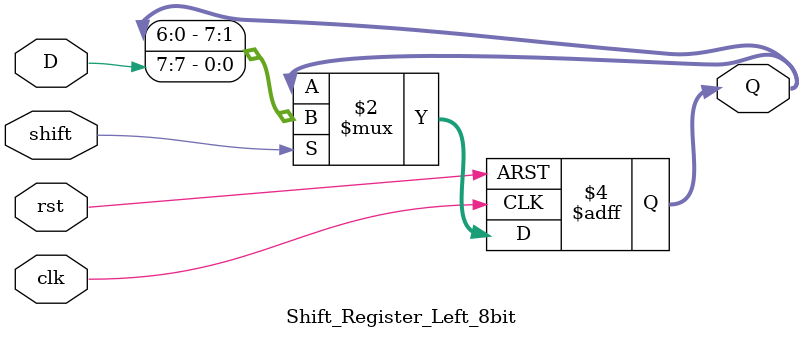
<source format=v>
module Shift_Register_Left_8bit (
    input [7:0] D,  // Data input
    input clk,
    input rst,
    input shift,  // Shift enable
    output reg [7:0] Q
);
    always @(posedge clk or posedge rst) begin
        if (rst)
            Q <= 8'b00000000;  // Reset to 0
        else if (shift)
            Q <= {Q[6:0], D[7]};  // Shift left and insert the MSB of D into the LSB
    end
endmodule

</source>
